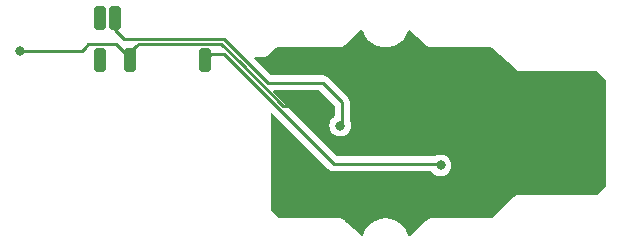
<source format=gbl>
%TF.GenerationSoftware,KiCad,Pcbnew,(6.0.1)*%
%TF.CreationDate,2022-03-10T09:00:32-07:00*%
%TF.ProjectId,MShaw_PICO_Edition_4gbNandExtensionQSB_V2.6,4d536861-775f-4504-9943-4f5f45646974,rev?*%
%TF.SameCoordinates,Original*%
%TF.FileFunction,Copper,L2,Bot*%
%TF.FilePolarity,Positive*%
%FSLAX46Y46*%
G04 Gerber Fmt 4.6, Leading zero omitted, Abs format (unit mm)*
G04 Created by KiCad (PCBNEW (6.0.1)) date 2022-03-10 09:00:32*
%MOMM*%
%LPD*%
G01*
G04 APERTURE LIST*
G04 Aperture macros list*
%AMRoundRect*
0 Rectangle with rounded corners*
0 $1 Rounding radius*
0 $2 $3 $4 $5 $6 $7 $8 $9 X,Y pos of 4 corners*
0 Add a 4 corners polygon primitive as box body*
4,1,4,$2,$3,$4,$5,$6,$7,$8,$9,$2,$3,0*
0 Add four circle primitives for the rounded corners*
1,1,$1+$1,$2,$3*
1,1,$1+$1,$4,$5*
1,1,$1+$1,$6,$7*
1,1,$1+$1,$8,$9*
0 Add four rect primitives between the rounded corners*
20,1,$1+$1,$2,$3,$4,$5,0*
20,1,$1+$1,$4,$5,$6,$7,0*
20,1,$1+$1,$6,$7,$8,$9,0*
20,1,$1+$1,$8,$9,$2,$3,0*%
G04 Aperture macros list end*
%TA.AperFunction,ComponentPad*%
%ADD10RoundRect,0.250000X0.250000X-0.750000X0.250000X0.750000X-0.250000X0.750000X-0.250000X-0.750000X0*%
%TD*%
%TA.AperFunction,ViaPad*%
%ADD11C,0.800000*%
%TD*%
%TA.AperFunction,Conductor*%
%ADD12C,0.250000*%
%TD*%
G04 APERTURE END LIST*
D10*
%TO.P,J3,1,Pin_1*%
%TO.N,GP9*%
X131570000Y-95500000D03*
%TO.P,J3,2,Pin_2*%
%TO.N,GP8*%
X132840000Y-95500000D03*
%TD*%
%TO.P,J1,1,Pin_1*%
%TO.N,GP7*%
X131570000Y-99050000D03*
%TO.P,J1,3,Pin_3*%
%TO.N,GND*%
X134110000Y-99050000D03*
%TO.P,J1,8,Pin_8*%
%TO.N,GP6*%
X140460000Y-99050000D03*
%TD*%
D11*
%TO.N,GND*%
X146500000Y-107600000D03*
X124760000Y-98300000D03*
X157850000Y-97170000D03*
X163500000Y-99500000D03*
X149450000Y-103070000D03*
X155350000Y-105420000D03*
%TO.N,GP6*%
X160410000Y-108000000D03*
%TO.N,GP8*%
X151910000Y-104640000D03*
%TD*%
D12*
%TO.N,GND*%
X143492859Y-99367141D02*
X147075718Y-102950000D01*
X147075718Y-102950000D02*
X149610000Y-102950000D01*
X141851198Y-97725480D02*
X134834520Y-97725480D01*
X134834520Y-97725480D02*
X134660000Y-97900000D01*
X130260000Y-98050000D02*
X130584520Y-97725480D01*
X130584520Y-97725480D02*
X132910500Y-97725480D01*
X130260000Y-98050000D02*
X130010000Y-98300000D01*
X134110000Y-98924980D02*
X134110000Y-98450000D01*
X130010000Y-98300000D02*
X124760000Y-98300000D01*
X143492859Y-99367141D02*
X141851198Y-97725480D01*
X132910500Y-97725480D02*
X134110000Y-98924980D01*
X134110000Y-98450000D02*
X134660000Y-97900000D01*
%TO.N,GP6*%
X146025000Y-102535000D02*
X142040000Y-98550000D01*
X142040000Y-98550000D02*
X141010000Y-98550000D01*
X141010000Y-98550000D02*
X140635020Y-98924980D01*
X146025000Y-102535000D02*
X151370000Y-107880000D01*
X140635020Y-98924980D02*
X140460000Y-98924980D01*
X151370000Y-107880000D02*
X160570000Y-107880000D01*
%TO.N,GP8*%
X145791436Y-101030000D02*
X142037395Y-97275960D01*
X152070000Y-104520000D02*
X152070000Y-102680000D01*
X152070000Y-102680000D02*
X150420000Y-101030000D01*
X132840000Y-96530000D02*
X132840000Y-95675020D01*
X133585960Y-97275960D02*
X132840000Y-96530000D01*
X142037395Y-97275960D02*
X133585960Y-97275960D01*
X150420000Y-101030000D02*
X145791436Y-101030000D01*
%TD*%
%TA.AperFunction,Conductor*%
%TO.N,GND*%
G36*
X157828399Y-96549798D02*
G01*
X157855627Y-96569120D01*
X158449785Y-97122683D01*
X159162861Y-97787039D01*
X159201799Y-97823317D01*
X159206164Y-97827882D01*
X159209160Y-97832631D01*
X159258557Y-97876257D01*
X159261000Y-97878474D01*
X159280400Y-97896548D01*
X159284083Y-97899110D01*
X159285962Y-97900626D01*
X159290240Y-97904238D01*
X159318228Y-97928956D01*
X159335525Y-97937077D01*
X159353922Y-97947694D01*
X159369604Y-97958603D01*
X159403804Y-97970063D01*
X159417301Y-97975471D01*
X159449948Y-97990799D01*
X159458821Y-97992180D01*
X159458823Y-97992181D01*
X159468819Y-97993737D01*
X159489462Y-97998763D01*
X159507579Y-98004834D01*
X159516548Y-98005182D01*
X159516551Y-98005183D01*
X159543611Y-98006234D01*
X159550759Y-98006927D01*
X159550763Y-98006876D01*
X159555611Y-98007251D01*
X159560423Y-98008000D01*
X159586641Y-98008000D01*
X159591532Y-98008095D01*
X159644013Y-98010134D01*
X159644016Y-98010134D01*
X159652984Y-98010482D01*
X159660749Y-98008535D01*
X159671092Y-98008000D01*
X164700397Y-98008000D01*
X164768518Y-98028002D01*
X164786294Y-98041817D01*
X166751780Y-99873293D01*
X166756158Y-99877872D01*
X166759160Y-99882631D01*
X166765888Y-99888573D01*
X166808501Y-99926207D01*
X166810992Y-99928467D01*
X166830370Y-99946524D01*
X166834049Y-99949084D01*
X166835980Y-99950642D01*
X166840254Y-99954251D01*
X166856472Y-99968573D01*
X166868228Y-99978956D01*
X166876352Y-99982770D01*
X166876353Y-99982771D01*
X166879716Y-99984350D01*
X166885500Y-99987065D01*
X166903905Y-99997687D01*
X166919570Y-100008586D01*
X166928081Y-100011439D01*
X166928082Y-100011439D01*
X166953787Y-100020054D01*
X166967287Y-100025465D01*
X166999948Y-100040799D01*
X167018800Y-100043734D01*
X167039453Y-100048765D01*
X167049028Y-100051974D01*
X167049030Y-100051974D01*
X167057541Y-100054827D01*
X167076961Y-100055583D01*
X167093600Y-100056231D01*
X167100757Y-100056925D01*
X167100761Y-100056876D01*
X167105613Y-100057251D01*
X167110423Y-100058000D01*
X167136611Y-100058000D01*
X167141511Y-100058095D01*
X167193975Y-100060137D01*
X167193976Y-100060137D01*
X167202946Y-100060486D01*
X167210725Y-100058536D01*
X167221097Y-100058000D01*
X173647389Y-100058000D01*
X173715510Y-100078002D01*
X173736485Y-100094905D01*
X174365096Y-100723517D01*
X174399121Y-100785829D01*
X174402000Y-100812612D01*
X174402000Y-109787388D01*
X174381998Y-109855509D01*
X174365096Y-109876483D01*
X173736485Y-110505095D01*
X173674172Y-110539120D01*
X173647389Y-110542000D01*
X167022070Y-110542000D01*
X167010375Y-110541456D01*
X167006361Y-110541082D01*
X166997632Y-110538990D01*
X166988670Y-110539432D01*
X166988667Y-110539432D01*
X166939736Y-110541847D01*
X166933526Y-110542000D01*
X166913523Y-110542000D01*
X166909087Y-110542635D01*
X166909076Y-110542636D01*
X166907171Y-110542909D01*
X166895520Y-110544029D01*
X166852295Y-110546162D01*
X166841100Y-110550044D01*
X166817680Y-110555726D01*
X166805955Y-110557405D01*
X166797781Y-110561121D01*
X166797779Y-110561122D01*
X166766572Y-110575311D01*
X166755703Y-110579656D01*
X166723291Y-110590895D01*
X166723289Y-110590896D01*
X166714811Y-110593836D01*
X166707497Y-110599038D01*
X166707496Y-110599039D01*
X166705154Y-110600705D01*
X166684281Y-110612726D01*
X166673490Y-110617633D01*
X166666689Y-110623493D01*
X166640702Y-110645884D01*
X166631497Y-110653098D01*
X166627682Y-110655812D01*
X166627678Y-110655815D01*
X166623703Y-110658643D01*
X166609811Y-110672188D01*
X166604106Y-110677417D01*
X166570055Y-110706757D01*
X166570051Y-110706762D01*
X166563253Y-110712619D01*
X166558372Y-110720149D01*
X166552469Y-110726916D01*
X166552090Y-110726585D01*
X166544414Y-110735949D01*
X165697623Y-111561571D01*
X164781188Y-112455096D01*
X164780039Y-112456216D01*
X164717301Y-112489450D01*
X164692078Y-112492000D01*
X159680940Y-112492000D01*
X159674645Y-112491636D01*
X159669217Y-112490204D01*
X159627018Y-112491327D01*
X159603419Y-112491955D01*
X159600067Y-112492000D01*
X159573523Y-112492000D01*
X159569081Y-112492636D01*
X159566657Y-112492809D01*
X159561063Y-112493082D01*
X159541909Y-112493592D01*
X159532730Y-112493836D01*
X159532729Y-112493836D01*
X159523754Y-112494075D01*
X159505565Y-112499923D01*
X159484862Y-112504697D01*
X159474839Y-112506132D01*
X159474835Y-112506133D01*
X159465955Y-112507405D01*
X159457789Y-112511118D01*
X159457785Y-112511119D01*
X159433137Y-112522326D01*
X159419556Y-112527577D01*
X159412198Y-112529943D01*
X159385224Y-112538616D01*
X159369405Y-112549336D01*
X159350875Y-112559729D01*
X159333490Y-112567633D01*
X159326692Y-112573490D01*
X159326691Y-112573491D01*
X159306168Y-112591175D01*
X159300466Y-112595540D01*
X159300498Y-112595581D01*
X159296707Y-112598602D01*
X159292668Y-112601339D01*
X159289103Y-112604661D01*
X159289096Y-112604666D01*
X159273481Y-112619214D01*
X159269844Y-112622473D01*
X159223253Y-112662619D01*
X159218899Y-112669336D01*
X159211692Y-112676782D01*
X157865627Y-113930880D01*
X157802151Y-113962681D01*
X157731559Y-113955116D01*
X157676263Y-113910587D01*
X157661012Y-113880886D01*
X157597504Y-113702194D01*
X157596064Y-113698141D01*
X157469683Y-113454238D01*
X157311268Y-113229814D01*
X157308329Y-113226667D01*
X157126706Y-113032196D01*
X157126701Y-113032191D01*
X157123769Y-113029052D01*
X156910680Y-112855691D01*
X156675969Y-112712961D01*
X156672022Y-112711247D01*
X156672019Y-112711245D01*
X156427961Y-112605235D01*
X156427959Y-112605234D01*
X156424010Y-112603519D01*
X156419869Y-112602359D01*
X156419867Y-112602358D01*
X156282676Y-112563919D01*
X156159494Y-112529405D01*
X155887351Y-112492000D01*
X155612649Y-112492000D01*
X155340506Y-112529405D01*
X155217324Y-112563919D01*
X155080133Y-112602358D01*
X155080131Y-112602359D01*
X155075990Y-112603519D01*
X155072041Y-112605234D01*
X155072039Y-112605235D01*
X154827981Y-112711245D01*
X154827978Y-112711247D01*
X154824031Y-112712961D01*
X154589320Y-112855691D01*
X154376231Y-113029052D01*
X154373299Y-113032191D01*
X154373294Y-113032196D01*
X154191671Y-113226667D01*
X154188732Y-113229814D01*
X154030317Y-113454238D01*
X153903936Y-113698141D01*
X153902496Y-113702194D01*
X153838988Y-113880886D01*
X153797328Y-113938375D01*
X153731201Y-113964215D01*
X153661601Y-113950202D01*
X153634373Y-113930880D01*
X152477936Y-112853455D01*
X152288200Y-112676682D01*
X152283836Y-112672118D01*
X152280840Y-112667369D01*
X152231443Y-112623743D01*
X152228983Y-112621511D01*
X152228302Y-112620876D01*
X152209600Y-112603452D01*
X152205917Y-112600890D01*
X152204038Y-112599374D01*
X152199749Y-112595753D01*
X152171772Y-112571044D01*
X152154475Y-112562923D01*
X152136078Y-112552306D01*
X152120396Y-112541397D01*
X152086196Y-112529937D01*
X152072699Y-112524529D01*
X152040052Y-112509201D01*
X152031179Y-112507820D01*
X152031177Y-112507819D01*
X152021181Y-112506263D01*
X152000538Y-112501237D01*
X151982421Y-112495166D01*
X151973452Y-112494818D01*
X151973449Y-112494817D01*
X151946389Y-112493766D01*
X151939241Y-112493073D01*
X151939237Y-112493124D01*
X151934389Y-112492749D01*
X151929577Y-112492000D01*
X151903359Y-112492000D01*
X151898468Y-112491905D01*
X151845987Y-112489866D01*
X151845984Y-112489866D01*
X151837016Y-112489518D01*
X151829251Y-112491465D01*
X151818908Y-112492000D01*
X146772612Y-112492000D01*
X146704491Y-112471998D01*
X146683517Y-112455096D01*
X146054905Y-111826485D01*
X146020880Y-111764172D01*
X146018000Y-111737389D01*
X146018000Y-103728094D01*
X146038002Y-103659973D01*
X146091658Y-103613480D01*
X146161932Y-103603376D01*
X146226512Y-103632870D01*
X146233095Y-103638999D01*
X150866343Y-108272247D01*
X150873887Y-108280537D01*
X150878000Y-108287018D01*
X150883777Y-108292443D01*
X150927667Y-108333658D01*
X150930509Y-108336413D01*
X150950230Y-108356134D01*
X150953425Y-108358612D01*
X150962447Y-108366318D01*
X150994679Y-108396586D01*
X151001628Y-108400406D01*
X151012432Y-108406346D01*
X151028956Y-108417199D01*
X151044959Y-108429613D01*
X151085543Y-108447176D01*
X151096173Y-108452383D01*
X151134940Y-108473695D01*
X151142617Y-108475666D01*
X151142622Y-108475668D01*
X151154558Y-108478732D01*
X151173266Y-108485137D01*
X151191855Y-108493181D01*
X151199680Y-108494420D01*
X151199682Y-108494421D01*
X151235519Y-108500097D01*
X151247140Y-108502504D01*
X151282289Y-108511528D01*
X151289970Y-108513500D01*
X151310231Y-108513500D01*
X151329940Y-108515051D01*
X151349943Y-108518219D01*
X151357835Y-108517473D01*
X151363062Y-108516979D01*
X151393954Y-108514059D01*
X151405811Y-108513500D01*
X159593753Y-108513500D01*
X159661874Y-108533502D01*
X159687388Y-108555189D01*
X159798747Y-108678866D01*
X159953248Y-108791118D01*
X159959276Y-108793802D01*
X159959278Y-108793803D01*
X160121681Y-108866109D01*
X160127712Y-108868794D01*
X160221113Y-108888647D01*
X160308056Y-108907128D01*
X160308061Y-108907128D01*
X160314513Y-108908500D01*
X160505487Y-108908500D01*
X160511939Y-108907128D01*
X160511944Y-108907128D01*
X160598887Y-108888647D01*
X160692288Y-108868794D01*
X160698319Y-108866109D01*
X160860722Y-108793803D01*
X160860724Y-108793802D01*
X160866752Y-108791118D01*
X161021253Y-108678866D01*
X161149040Y-108536944D01*
X161224441Y-108406346D01*
X161241223Y-108377279D01*
X161241224Y-108377278D01*
X161244527Y-108371556D01*
X161303542Y-108189928D01*
X161323504Y-108000000D01*
X161303542Y-107810072D01*
X161244527Y-107628444D01*
X161149040Y-107463056D01*
X161021253Y-107321134D01*
X160866752Y-107208882D01*
X160860724Y-107206198D01*
X160860722Y-107206197D01*
X160698319Y-107133891D01*
X160698318Y-107133891D01*
X160692288Y-107131206D01*
X160598888Y-107111353D01*
X160511944Y-107092872D01*
X160511939Y-107092872D01*
X160505487Y-107091500D01*
X160314513Y-107091500D01*
X160308061Y-107092872D01*
X160308056Y-107092872D01*
X160221112Y-107111353D01*
X160127712Y-107131206D01*
X160121682Y-107133891D01*
X160121681Y-107133891D01*
X159959278Y-107206197D01*
X159959276Y-107206198D01*
X159953248Y-107208882D01*
X159947910Y-107212760D01*
X159947907Y-107212762D01*
X159934591Y-107222437D01*
X159860531Y-107246500D01*
X151684595Y-107246500D01*
X151616474Y-107226498D01*
X151595500Y-107209595D01*
X146444770Y-102058865D01*
X146444766Y-102058862D01*
X146264499Y-101878595D01*
X146230473Y-101816283D01*
X146235538Y-101745468D01*
X146278085Y-101688632D01*
X146344605Y-101663821D01*
X146353594Y-101663500D01*
X150105406Y-101663500D01*
X150173527Y-101683502D01*
X150194501Y-101700405D01*
X151399595Y-102905499D01*
X151433621Y-102967811D01*
X151436500Y-102994594D01*
X151436500Y-103796850D01*
X151416498Y-103864971D01*
X151384561Y-103898786D01*
X151298747Y-103961134D01*
X151170960Y-104103056D01*
X151075473Y-104268444D01*
X151016458Y-104450072D01*
X150996496Y-104640000D01*
X151016458Y-104829928D01*
X151075473Y-105011556D01*
X151170960Y-105176944D01*
X151298747Y-105318866D01*
X151453248Y-105431118D01*
X151459276Y-105433802D01*
X151459278Y-105433803D01*
X151621681Y-105506109D01*
X151627712Y-105508794D01*
X151721112Y-105528647D01*
X151808056Y-105547128D01*
X151808061Y-105547128D01*
X151814513Y-105548500D01*
X152005487Y-105548500D01*
X152011939Y-105547128D01*
X152011944Y-105547128D01*
X152098887Y-105528647D01*
X152192288Y-105508794D01*
X152198319Y-105506109D01*
X152360722Y-105433803D01*
X152360724Y-105433802D01*
X152366752Y-105431118D01*
X152521253Y-105318866D01*
X152649040Y-105176944D01*
X152744527Y-105011556D01*
X152803542Y-104829928D01*
X152823504Y-104640000D01*
X152803542Y-104450072D01*
X152744527Y-104268444D01*
X152720381Y-104226622D01*
X152703500Y-104163622D01*
X152703500Y-102758763D01*
X152704027Y-102747579D01*
X152705701Y-102740091D01*
X152703562Y-102672032D01*
X152703500Y-102668075D01*
X152703500Y-102640144D01*
X152702994Y-102636138D01*
X152702061Y-102624292D01*
X152700922Y-102588037D01*
X152700673Y-102580110D01*
X152695022Y-102560658D01*
X152691014Y-102541306D01*
X152689468Y-102529068D01*
X152689467Y-102529066D01*
X152688474Y-102521203D01*
X152672194Y-102480086D01*
X152668359Y-102468885D01*
X152656018Y-102426406D01*
X152651985Y-102419587D01*
X152651983Y-102419582D01*
X152645707Y-102408971D01*
X152637010Y-102391221D01*
X152629552Y-102372383D01*
X152603571Y-102336623D01*
X152597053Y-102326701D01*
X152578578Y-102295460D01*
X152578574Y-102295455D01*
X152574542Y-102288637D01*
X152560218Y-102274313D01*
X152547376Y-102259278D01*
X152535472Y-102242893D01*
X152501406Y-102214711D01*
X152492627Y-102206722D01*
X150923652Y-100637747D01*
X150916112Y-100629461D01*
X150912000Y-100622982D01*
X150862348Y-100576356D01*
X150859507Y-100573602D01*
X150839770Y-100553865D01*
X150836573Y-100551385D01*
X150827551Y-100543680D01*
X150801100Y-100518841D01*
X150795321Y-100513414D01*
X150788375Y-100509595D01*
X150788372Y-100509593D01*
X150777566Y-100503652D01*
X150761047Y-100492801D01*
X150759434Y-100491550D01*
X150745041Y-100480386D01*
X150737772Y-100477241D01*
X150737768Y-100477238D01*
X150704463Y-100462826D01*
X150693813Y-100457609D01*
X150655060Y-100436305D01*
X150635437Y-100431267D01*
X150616734Y-100424863D01*
X150605420Y-100419967D01*
X150605419Y-100419967D01*
X150598145Y-100416819D01*
X150590322Y-100415580D01*
X150590312Y-100415577D01*
X150554476Y-100409901D01*
X150542856Y-100407495D01*
X150507711Y-100398472D01*
X150507710Y-100398472D01*
X150500030Y-100396500D01*
X150479776Y-100396500D01*
X150460065Y-100394949D01*
X150447886Y-100393020D01*
X150440057Y-100391780D01*
X150432165Y-100392526D01*
X150396039Y-100395941D01*
X150384181Y-100396500D01*
X146106030Y-100396500D01*
X146037909Y-100376498D01*
X146016935Y-100359595D01*
X144680435Y-99023095D01*
X144646409Y-98960783D01*
X144651474Y-98889968D01*
X144694021Y-98833132D01*
X144760541Y-98808321D01*
X144769530Y-98808000D01*
X145438980Y-98808000D01*
X145451096Y-98809354D01*
X145451135Y-98808870D01*
X145460086Y-98809590D01*
X145468840Y-98811571D01*
X145522501Y-98808242D01*
X145530303Y-98808000D01*
X145546477Y-98808000D01*
X145550918Y-98807364D01*
X145550919Y-98807364D01*
X145556813Y-98806520D01*
X145566872Y-98805490D01*
X145584196Y-98804415D01*
X145605117Y-98803117D01*
X145605119Y-98803117D01*
X145614075Y-98802561D01*
X145622513Y-98799515D01*
X145625424Y-98798912D01*
X145642292Y-98794706D01*
X145645159Y-98793868D01*
X145654045Y-98792595D01*
X145662216Y-98788880D01*
X145662219Y-98788879D01*
X145697092Y-98773023D01*
X145706461Y-98769209D01*
X145742501Y-98756199D01*
X145742505Y-98756197D01*
X145750945Y-98753150D01*
X145758194Y-98747854D01*
X145760829Y-98746453D01*
X145775814Y-98737697D01*
X145778339Y-98736082D01*
X145786510Y-98732367D01*
X145822338Y-98701496D01*
X145830256Y-98695209D01*
X145837286Y-98690073D01*
X145837289Y-98690071D01*
X145841225Y-98687195D01*
X145852177Y-98676243D01*
X145859025Y-98669885D01*
X145889944Y-98643244D01*
X145889948Y-98643239D01*
X145896747Y-98637381D01*
X145901630Y-98629847D01*
X145907104Y-98623572D01*
X145916668Y-98611752D01*
X146483515Y-98044905D01*
X146545827Y-98010879D01*
X146572610Y-98008000D01*
X151809052Y-98008000D01*
X151815352Y-98008364D01*
X151820783Y-98009797D01*
X151829762Y-98009558D01*
X151886601Y-98008045D01*
X151889954Y-98008000D01*
X151916477Y-98008000D01*
X151920910Y-98007365D01*
X151923336Y-98007192D01*
X151928939Y-98006918D01*
X151957270Y-98006164D01*
X151957271Y-98006164D01*
X151966245Y-98005925D01*
X151974791Y-98003177D01*
X151974793Y-98003177D01*
X151984432Y-98000078D01*
X152005130Y-97995304D01*
X152007893Y-97994908D01*
X152024045Y-97992595D01*
X152032211Y-97988882D01*
X152032218Y-97988880D01*
X152056866Y-97977673D01*
X152070451Y-97972420D01*
X152070588Y-97972376D01*
X152104776Y-97961384D01*
X152120595Y-97950664D01*
X152139125Y-97940271D01*
X152156510Y-97932367D01*
X152183836Y-97908822D01*
X152189534Y-97904460D01*
X152189502Y-97904419D01*
X152193293Y-97901398D01*
X152197332Y-97898661D01*
X152200897Y-97895339D01*
X152200904Y-97895334D01*
X152216519Y-97880786D01*
X152220161Y-97877522D01*
X152259946Y-97843241D01*
X152266747Y-97837381D01*
X152271101Y-97830664D01*
X152278308Y-97823218D01*
X153624373Y-96569120D01*
X153687849Y-96537319D01*
X153758441Y-96544884D01*
X153813737Y-96589413D01*
X153828988Y-96619114D01*
X153842626Y-96657486D01*
X153893936Y-96801859D01*
X154020317Y-97045762D01*
X154178732Y-97270186D01*
X154181670Y-97273332D01*
X154181671Y-97273333D01*
X154363294Y-97467804D01*
X154363299Y-97467809D01*
X154366231Y-97470948D01*
X154579320Y-97644309D01*
X154814031Y-97787039D01*
X154817978Y-97788753D01*
X154817981Y-97788755D01*
X155059104Y-97893490D01*
X155065990Y-97896481D01*
X155070131Y-97897641D01*
X155070133Y-97897642D01*
X155159576Y-97922703D01*
X155330506Y-97970595D01*
X155602649Y-98008000D01*
X155877351Y-98008000D01*
X156149494Y-97970595D01*
X156320424Y-97922703D01*
X156409867Y-97897642D01*
X156409869Y-97897641D01*
X156414010Y-97896481D01*
X156420896Y-97893490D01*
X156662019Y-97788755D01*
X156662022Y-97788753D01*
X156665969Y-97787039D01*
X156900680Y-97644309D01*
X157113769Y-97470948D01*
X157116701Y-97467809D01*
X157116706Y-97467804D01*
X157298329Y-97273333D01*
X157298330Y-97273332D01*
X157301268Y-97270186D01*
X157459683Y-97045762D01*
X157586064Y-96801859D01*
X157637374Y-96657486D01*
X157651012Y-96619114D01*
X157692672Y-96561625D01*
X157758799Y-96535785D01*
X157828399Y-96549798D01*
G37*
%TD.AperFunction*%
%TD*%
M02*

</source>
